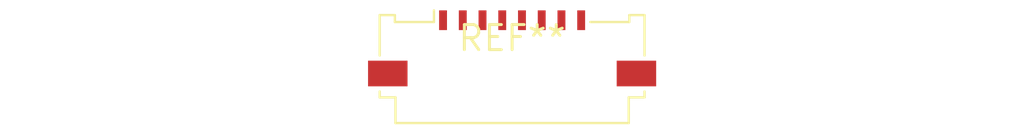
<source format=kicad_pcb>
(kicad_pcb (version 20240108) (generator pcbnew)
  (layers (0 "F.Cu" signal) (31 "B.Cu" signal) (34 "B.Paste" user) (35 "F.Paste" user) (36 "B.SilkS" user "B.Silkscreen") (37 "F.SilkS" user "F.Silkscreen") (38 "B.Mask" user) (39 "F.Mask" user) (44 "Edge.Cuts" user))
  (net 0 "")
  (footprint "Molex_200528-0080_1x08-1MP_P1.00mm_Horizontal" (layer "F.Cu") (at 0 0)
    (property "Reference" "REF**")
    (property "Value" "Molex_200528-0080_1x08-1MP_P1.00mm_Horizontal")
    (fp_line (start -6.71 -1.17) (end -6.71 0.88) (layer "F.SilkS") (stroke (width 0.12)))
    (fp_line (start -6.71 2.7) (end -6.71 3) (layer "F.SilkS") (stroke (width 0.12)))
    (fp_line (start -6.71 3) (end -5.91 3) (layer "F.SilkS") (stroke (width 0.12)))
    (fp_line (start -5.94 -1.17) (end -6.71 -1.17) (layer "F.SilkS") (stroke (width 0.12)))
    (fp_line (start -5.94 -0.82) (end -5.94 -1.17) (layer "F.SilkS") (stroke (width 0.12)))
    (fp_line (start -5.91 3) (end -5.91 4.3) (layer "F.SilkS") (stroke (width 0.12)))
    (fp_line (start -5.91 4.3) (end 5.91 4.3) (layer "F.SilkS") (stroke (width 0.12)))
    (fp_line (start -3.96 -1.41) (end -3.96 -0.82) (layer "F.SilkS") (stroke (width 0.12)))
    (fp_line (start -3.96 -0.82) (end -5.94 -0.82) (layer "F.SilkS") (stroke (width 0.12)))
    (fp_line (start 5.91 3) (end 6.71 3) (layer "F.SilkS") (stroke (width 0.12)))
    (fp_line (start 5.91 4.3) (end 5.91 3) (layer "F.SilkS") (stroke (width 0.12)))
    (fp_line (start 5.94 -1.17) (end 5.94 -0.82) (layer "F.SilkS") (stroke (width 0.12)))
    (fp_line (start 5.94 -0.82) (end 3.96 -0.82) (layer "F.SilkS") (stroke (width 0.12)))
    (fp_line (start 6.71 -1.17) (end 5.94 -1.17) (layer "F.SilkS") (stroke (width 0.12)))
    (fp_line (start 6.71 0.88) (end 6.71 -1.17) (layer "F.SilkS") (stroke (width 0.12)))
    (fp_line (start 6.71 3) (end 6.71 2.7) (layer "F.SilkS") (stroke (width 0.12)))
    (pad "1" smd rect (at -3.5 -0.91) (size 0.4 1) (layers "F.Cu" "F.Paste" "F.Mask"))
    (pad "2" smd rect (at -2.5 -0.91) (size 0.4 1) (layers "F.Cu" "F.Paste" "F.Mask"))
    (pad "3" smd rect (at -1.5 -0.91) (size 0.4 1) (layers "F.Cu" "F.Paste" "F.Mask"))
    (pad "4" smd rect (at -0.5 -0.91) (size 0.4 1) (layers "F.Cu" "F.Paste" "F.Mask"))
    (pad "5" smd rect (at 0.5 -0.91) (size 0.4 1) (layers "F.Cu" "F.Paste" "F.Mask"))
    (pad "6" smd rect (at 1.5 -0.91) (size 0.4 1) (layers "F.Cu" "F.Paste" "F.Mask"))
    (pad "7" smd rect (at 2.5 -0.91) (size 0.4 1) (layers "F.Cu" "F.Paste" "F.Mask"))
    (pad "8" smd rect (at 3.5 -0.91) (size 0.4 1) (layers "F.Cu" "F.Paste" "F.Mask"))
    (pad "MP" smd rect (at -6.3 1.79) (size 2 1.3) (layers "F.Cu" "F.Paste" "F.Mask"))
    (pad "MP" smd rect (at 6.3 1.79) (size 2 1.3) (layers "F.Cu" "F.Paste" "F.Mask"))
  )
)
</source>
